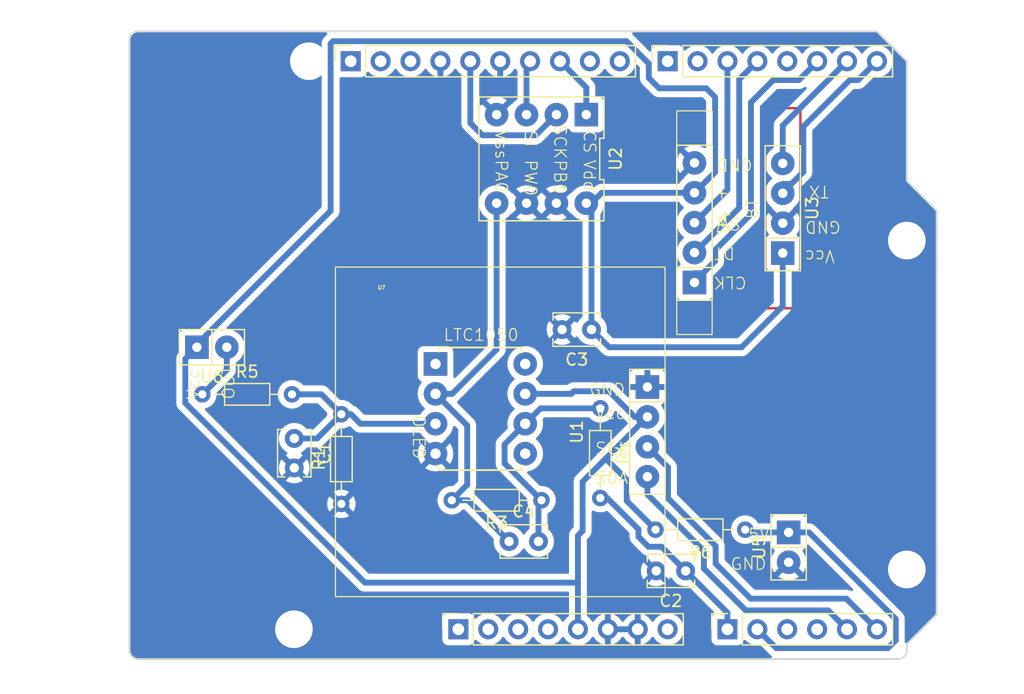
<source format=kicad_pcb>
(kicad_pcb (version 20240108) (generator "pcbnew") (generator_version "8.0")
  (title_block (date "mar. 31 mars 2015"))
  (layers (0 "F.Cu" signal) (31 "B.Cu" signal) (34 "B.Paste" user) (35 "F.Paste" user) (36 "B.SilkS" user "B.Silkscreen") (37 "F.SilkS" user "F.Silkscreen") (38 "B.Mask" user) (39 "F.Mask" user) (44 "Edge.Cuts" user))
  (net 0 "")
  (net 1 "GND")
  (net 3 "+5V")
  (net 4 "/IOREF")
  (net 5 "Net-(U7-+IN)")
  (net 6 "A0")
  (net 7 "/A2")
  (net 8 "/A3")
  (net 9 "IN-")
  (net 10 "Net-(U7-OUT)")
  (net 11 "D11")
  (net 12 "A5")
  (net 13 "/AREF")
  (net 14 "/8")
  (net 15 "/7")
  (net 16 "D13")
  (net 17 "D10")
  (net 18 "/*9")
  (net 19 "A4")
  (net 20 "A1")
  (net 21 "/*6")
  (net 22 "D2")
  (net 23 "D1")
  (net 24 "/*3")
  (net 25 "D0")
  (net 26 "+3V3")
  (net 27 "VCC")
  (net 28 "/~{RESET}")
  (net 29 "D4")
  (net 30 "D5")
  (net 31 "Net-(U6-OUT)")
  (footprint "Connector_PinSocket_2.54mm:PinSocket_1x08_P2.54mm_Vertical" (layer "F.Cu") (at 127.94 97.46 90)
    (property "Reference" "J1" (hide yes))
    (property "Value" "Power")
    (fp_line (start 1.33 -1.33) (end 1.33 0) (stroke (width 0.12)) (layer "F.SilkS"))
    (fp_line (start 0 -1.33) (end 1.33 -1.33) (stroke (width 0.12)) (layer "F.SilkS"))
    (fp_line (start 1.33 1.27) (end 1.33 19.11) (stroke (width 0.12)) (layer "F.SilkS"))
    (fp_line (start -1.33 1.27) (end 1.33 1.27) (stroke (width 0.12)) (layer "F.SilkS"))
    (fp_line (start -1.33 1.27) (end -1.33 19.11) (stroke (width 0.12)) (layer "F.SilkS"))
    (fp_line (start -1.33 19.11) (end 1.33 19.11) (stroke (width 0.12)) (layer "F.SilkS"))
    (pad "1" thru_hole rect (at 0 0 90) (size 1.7 1.7) (drill 1) (layers "*.Cu" "*.Mask"))
    (pad "2" thru_hole oval (at 0 2.54 90) (size 1.7 1.7) (drill 1) (layers "*.Cu" "*.Mask") (net 4 "/IOREF"))
    (pad "3" thru_hole oval (at 0 5.08 90) (size 1.7 1.7) (drill 1) (layers "*.Cu" "*.Mask") (net 28 "/~{RESET}"))
    (pad "4" thru_hole oval (at 0 7.62 90) (size 1.7 1.7) (drill 1) (layers "*.Cu" "*.Mask") (net 26 "+3V3"))
    (pad "5" thru_hole oval (at 0 10.16 90) (size 1.7 1.7) (drill 1) (layers "*.Cu" "*.Mask") (net 3 "+5V"))
    (pad "6" thru_hole oval (at 0 12.7 90) (size 1.7 1.7) (drill 1) (layers "*.Cu" "*.Mask") (net 1 "GND"))
    (pad "7" thru_hole oval (at 0 15.24 90) (size 1.7 1.7) (drill 1) (layers "*.Cu" "*.Mask") (net 1 "GND"))
    (pad "8" thru_hole oval (at 0 17.78 90) (size 1.7 1.7) (drill 1) (layers "*.Cu" "*.Mask") (net 27 "VCC"))
  )
  (footprint "Connector_PinSocket_2.54mm:PinSocket_1x06_P2.54mm_Vertical" (layer "F.Cu") (at 150.8 97.46 90)
    (property "Reference" "J3" (hide yes))
    (property "Value" "Analog")
    (fp_line (start 1.33 -1.33) (end 1.33 0) (stroke (width 0.12)) (layer "F.SilkS"))
    (fp_line (start 0 -1.33) (end 1.33 -1.33) (stroke (width 0.12)) (layer "F.SilkS"))
    (fp_line (start 1.33 1.27) (end 1.33 14.03) (stroke (width 0.12)) (layer "F.SilkS"))
    (fp_line (start -1.33 1.27) (end 1.33 1.27) (stroke (width 0.12)) (layer "F.SilkS"))
    (fp_line (start -1.33 1.27) (end -1.33 14.03) (stroke (width 0.12)) (layer "F.SilkS"))
    (fp_line (start -1.33 14.03) (end 1.33 14.03) (stroke (width 0.12)) (layer "F.SilkS"))
    (pad "1" thru_hole rect (at 0 0 90) (size 1.7 1.7) (drill 1) (layers "*.Cu" "*.Mask") (net 6 "A0"))
    (pad "2" thru_hole oval (at 0 2.54 90) (size 1.7 1.7) (drill 1) (layers "*.Cu" "*.Mask") (net 20 "A1"))
    (pad "3" thru_hole oval (at 0 5.08 90) (size 1.7 1.7) (drill 1) (layers "*.Cu" "*.Mask") (net 7 "/A2"))
    (pad "4" thru_hole oval (at 0 7.62 90) (size 1.7 1.7) (drill 1) (layers "*.Cu" "*.Mask") (net 8 "/A3"))
    (pad "5" thru_hole oval (at 0 10.16 90) (size 1.7 1.7) (drill 1) (layers "*.Cu" "*.Mask") (net 19 "A4"))
    (pad "6" thru_hole oval (at 0 12.7 90) (size 1.7 1.7) (drill 1) (layers "*.Cu" "*.Mask") (net 12 "A5"))
  )
  (footprint "Connector_PinSocket_2.54mm:PinSocket_1x10_P2.54mm_Vertical" (layer "F.Cu") (at 118.796 49.2 90)
    (property "Reference" "J2" (hide yes))
    (property "Value" "Digital/PWM")
    (fp_line (start 1.33 -1.33) (end 1.33 0) (stroke (width 0.12)) (layer "F.SilkS"))
    (fp_line (start 0 -1.33) (end 1.33 -1.33) (stroke (width 0.12)) (layer "F.SilkS"))
    (fp_line (start 1.33 1.27) (end 1.33 24.19) (stroke (width 0.12)) (layer "F.SilkS"))
    (fp_line (start -1.33 1.27) (end 1.33 1.27) (stroke (width 0.12)) (layer "F.SilkS"))
    (fp_line (start -1.33 1.27) (end -1.33 24.19) (stroke (width 0.12)) (layer "F.SilkS"))
    (fp_line (start -1.33 24.19) (end 1.33 24.19) (stroke (width 0.12)) (layer "F.SilkS"))
    (pad "1" thru_hole rect (at 0 0 90) (size 1.7 1.7) (drill 1) (layers "*.Cu" "*.Mask") (net 12 "A5"))
    (pad "2" thru_hole oval (at 0 2.54 90) (size 1.7 1.7) (drill 1) (layers "*.Cu" "*.Mask") (net 19 "A4"))
    (pad "3" thru_hole oval (at 0 5.08 90) (size 1.7 1.7) (drill 1) (layers "*.Cu" "*.Mask") (net 13 "/AREF"))
    (pad "4" thru_hole oval (at 0 7.62 90) (size 1.7 1.7) (drill 1) (layers "*.Cu" "*.Mask") (net 1 "GND"))
    (pad "5" thru_hole oval (at 0 10.16 90) (size 1.7 1.7) (drill 1) (layers "*.Cu" "*.Mask") (net 16 "D13"))
    (pad "6" thru_hole oval (at 0 12.7 90) (size 1.7 1.7) (drill 1) (layers "*.Cu" "*.Mask") (net 1 "GND"))
    (pad "7" thru_hole oval (at 0 15.24 90) (size 1.7 1.7) (drill 1) (layers "*.Cu" "*.Mask") (net 11 "D11"))
    (pad "8" thru_hole oval (at 0 17.78 90) (size 1.7 1.7) (drill 1) (layers "*.Cu" "*.Mask") (net 17 "D10"))
    (pad "9" thru_hole oval (at 0 20.32 90) (size 1.7 1.7) (drill 1) (layers "*.Cu" "*.Mask") (net 18 "/*9"))
    (pad "10" thru_hole oval (at 0 22.86 90) (size 1.7 1.7) (drill 1) (layers "*.Cu" "*.Mask") (net 14 "/8"))
  )
  (footprint "Connector_PinSocket_2.54mm:PinSocket_1x08_P2.54mm_Vertical" (layer "F.Cu") (at 145.72 49.2 90)
    (property "Reference" "J4" (hide yes))
    (property "Value" "Digital/PWM")
    (fp_line (start 1.33 -1.33) (end 1.33 0) (stroke (width 0.12)) (layer "F.SilkS"))
    (fp_line (start 0 -1.33) (end 1.33 -1.33) (stroke (width 0.12)) (layer "F.SilkS"))
    (fp_line (start 1.33 1.27) (end 1.33 19.11) (stroke (width 0.12)) (layer "F.SilkS"))
    (fp_line (start -1.33 1.27) (end 1.33 1.27) (stroke (width 0.12)) (layer "F.SilkS"))
    (fp_line (start -1.33 1.27) (end -1.33 19.11) (stroke (width 0.12)) (layer "F.SilkS"))
    (fp_line (start -1.33 19.11) (end 1.33 19.11) (stroke (width 0.12)) (layer "F.SilkS"))
    (pad "1" thru_hole rect (at 0 0 90) (size 1.7 1.7) (drill 1) (layers "*.Cu" "*.Mask") (net 15 "/7"))
    (pad "2" thru_hole oval (at 0 2.54 90) (size 1.7 1.7) (drill 1) (layers "*.Cu" "*.Mask") (net 21 "/*6"))
    (pad "3" thru_hole oval (at 0 5.08 90) (size 1.7 1.7) (drill 1) (layers "*.Cu" "*.Mask") (net 30 "D5"))
    (pad "4" thru_hole oval (at 0 7.62 90) (size 1.7 1.7) (drill 1) (layers "*.Cu" "*.Mask") (net 29 "D4"))
    (pad "5" thru_hole oval (at 0 10.16 90) (size 1.7 1.7) (drill 1) (layers "*.Cu" "*.Mask") (net 24 "/*3"))
    (pad "6" thru_hole oval (at 0 12.7 90) (size 1.7 1.7) (drill 1) (layers "*.Cu" "*.Mask") (net 22 "D2"))
    (pad "7" thru_hole oval (at 0 15.24 90) (size 1.7 1.7) (drill 1) (layers "*.Cu" "*.Mask") (net 23 "D1"))
    (pad "8" thru_hole oval (at 0 17.78 90) (size 1.7 1.7) (drill 1) (layers "*.Cu" "*.Mask") (net 25 "D0"))
  )
  (footprint "Librairie_Empreinte:OLED" (layer "F.Cu") (at 144 80.69 -90)
    (property "Reference" "U1" (at 0 6 90) (layer "F.SilkS"))
    (property "Value" "~")
    (fp_line (start -5.31 1.5) (end -5.31 -1.5) (stroke (width 0.12)) (layer "F.SilkS"))
    (fp_line (start 5.31 1.5) (end -5.31 1.5) (stroke (width 0.12)) (layer "F.SilkS"))
    (fp_line (start -5.31 -1.5) (end 5.31 -1.5) (stroke (width 0.12)) (layer "F.SilkS"))
    (fp_line (start -2.54 -1.5) (end -2.54 1.5) (stroke (width 0.12)) (layer "F.SilkS"))
    (fp_line (start 5.31 -1.5) (end 5.31 1.5) (stroke (width 0.12)) (layer "F.SilkS"))
    (fp_rect (start -14 -1.5) (end 14 26.5) (stroke (width 0.1)) (fill none) (layer "F.SilkS"))
    (fp_text user "GND" (at -3 5 0) (layer "F.SilkS") (effects (font (thickness 0.1)) (justify left bottom)))
    (fp_text user "Vcc" (at -1 4.5 0) (layer "F.SilkS") (effects (font (thickness 0.1)) (justify left bottom)))
    (fp_text user "SCL" (at 2 4.5 0) (layer "F.SilkS") (effects (font (thickness 0.1)) (justify left bottom)))
    (fp_text user "OLED" (at -1.5 20 -90) (layer "F.SilkS") (effects (font (thickness 0.1)) (justify left bottom)))
    (fp_text user "SDA" (at 4.5 4.5 0) (layer "F.SilkS") (effects (font (thickness 0.1)) (justify left bottom)))
    (pad "1" thru_hole rect (at -3.81 0 270) (size 2 2) (drill 0.8) (layers "*.Cu" "*.Mask") (net 1 "GND"))
    (pad "2" thru_hole circle (at -1.27 0 270) (size 2 2) (drill 0.8) (layers "*.Cu" "*.Mask") (net 3 "+5V"))
    (pad "3" thru_hole circle (at 1.27 0 270) (size 2 2) (drill 0.8) (layers "*.Cu" "*.Mask") (net 12 "A5"))
    (pad "4" thru_hole circle (at 3.81 0 270) (size 2 2) (drill 0.8) (layers "*.Cu" "*.Mask") (net 19 "A4"))
  )
  (footprint "Resistor_THT:R_Axial_DIN0204_L3.6mm_D1.6mm_P7.62mm_Horizontal" (layer "F.Cu") (at 140 78.69 -90)
    (property "Reference" "R4" (at 3.81 -1.92 90) (layer "F.SilkS"))
    (property "Value" "1k")
    (fp_line (start 1.89 0.92) (end 5.73 0.92) (stroke (width 0.12)) (layer "F.SilkS"))
    (fp_line (start 5.73 0.92) (end 5.73 -0.92) (stroke (width 0.12)) (layer "F.SilkS"))
    (fp_line (start 0.94 0) (end 1.89 0) (stroke (width 0.12)) (layer "F.SilkS"))
    (fp_line (start 6.68 0) (end 5.73 0) (stroke (width 0.12)) (layer "F.SilkS"))
    (fp_line (start 1.89 -0.92) (end 1.89 0.92) (stroke (width 0.12)) (layer "F.SilkS"))
    (fp_line (start 5.73 -0.92) (end 1.89 -0.92) (stroke (width 0.12)) (layer "F.SilkS"))
    (pad "1" thru_hole circle (at 0 0 270) (size 1.4 1.4) (drill 0.7) (layers "*.Cu" "*.Mask") (net 10 "Net-(U7-OUT)"))
    (pad "2" thru_hole oval (at 7.62 0 270) (size 1.4 1.4) (drill 0.7) (layers "*.Cu" "*.Mask") (net 6 "A0"))
  )
  (footprint "Librairie_Empreinte:Capt_grap" (layer "F.Cu") (at 107 73.5)
    (property "Reference" "U6" (at 0 2.5 0) (layer "F.SilkS"))
    (property "Value" "~")
    (fp_line (start -2.77 -1.5) (end 2.77 -1.5) (stroke (width 0.12)) (layer "F.SilkS"))
    (fp_line (start -2.77 1.5) (end -2.77 -1.5) (stroke (width 0.12)) (layer "F.SilkS"))
    (fp_line (start 0 -1.5) (end 0 1.5) (stroke (width 0.12)) (layer "F.SilkS"))
    (fp_line (start 2.77 -1.5) (end 2.77 1.5) (stroke (width 0.12)) (layer "F.SilkS"))
    (fp_line (start 2.77 1.5) (end -2.77 1.5) (stroke (width 0.12)) (layer "F.SilkS"))
    (fp_text user "OUT" (at 2 4.5 90) (layer "F.SilkS") (effects (font (thickness 0.1)) (justify left bottom)))
    (fp_text user "Vcc" (at -1 4.5 90) (layer "F.SilkS") (effects (font (thickness 0.1)) (justify left bottom)))
    (pad "1" thru_hole rect (at -1.27 0) (size 2 2) (drill 0.8) (layers "*.Cu" "*.Mask") (net 3 "+5V"))
    (pad "2" thru_hole circle (at 1.27 0) (size 2 2) (drill 0.8) (layers "*.Cu" "*.Mask") (net 31 "Net-(U6-OUT)"))
  )
  (footprint "Capacitor_THT:C_Disc_D3.8mm_W2.6mm_P2.50mm" (layer "F.Cu") (at 114 81.25 -90)
    (property "Reference" "C1" (at 1.25 -2.55 90) (layer "F.SilkS"))
    (property "Value" "100n")
    (fp_line (start -0.77 1.42) (end 3.27 1.42) (stroke (width 0.12)) (layer "F.SilkS"))
    (fp_line (start -0.77 0.795) (end -0.77 1.42) (stroke (width 0.12)) (layer "F.SilkS"))
    (fp_line (start 3.27 0.795) (end 3.27 1.42) (stroke (width 0.12)) (layer "F.SilkS"))
    (fp_line (start -0.77 -1.42) (end -0.77 -0.795) (stroke (width 0.12)) (layer "F.SilkS"))
    (fp_line (start -0.77 -1.42) (end 3.27 -1.42) (stroke (width 0.12)) (layer "F.SilkS"))
    (fp_line (start 3.27 -1.42) (end 3.27 -0.795) (stroke (width 0.12)) (layer "F.SilkS"))
    (pad "1" thru_hole circle (at 0 0 270) (size 1.6 1.6) (drill 0.8) (layers "*.Cu" "*.Mask") (net 5 "Net-(U7-+IN)"))
    (pad "2" thru_hole circle (at 2.5 0 270) (size 1.6 1.6) (drill 0.8) (layers "*.Cu" "*.Mask") (net 1 "GND"))
  )
  (footprint "Capacitor_THT:C_Disc_D3.8mm_W2.6mm_P2.50mm" (layer "F.Cu") (at 132.25 90)
    (property "Reference" "C4" (at 1.25 -2.55 0) (layer "F.SilkS"))
    (property "Value" "1u")
    (fp_line (start -0.77 -1.42) (end -0.77 -0.795) (stroke (width 0.12)) (layer "F.SilkS"))
    (fp_line (start -0.77 -1.42) (end 3.27 -1.42) (stroke (width 0.12)) (layer "F.SilkS"))
    (fp_line (start -0.77 0.795) (end -0.77 1.42) (stroke (width 0.12)) (layer "F.SilkS"))
    (fp_line (start -0.77 1.42) (end 3.27 1.42) (stroke (width 0.12)) (layer "F.SilkS"))
    (fp_line (start 3.27 -1.42) (end 3.27 -0.795) (stroke (width 0.12)) (layer "F.SilkS"))
    (fp_line (start 3.27 0.795) (end 3.27 1.42) (stroke (width 0.12)) (layer "F.SilkS"))
    (pad "1" thru_hole circle (at 0 0) (size 1.6 1.6) (drill 0.8) (layers "*.Cu" "*.Mask") (net 9 "IN-"))
    (pad "2" thru_hole circle (at 2.5 0) (size 1.6 1.6) (drill 0.8) (layers "*.Cu" "*.Mask") (net 10 "Net-(U7-OUT)"))
  )
  (footprint "Librairie_Empreinte:Ampli" (layer "F.Cu") (at 133.62 82.54)
    (property "Reference" "U7" (at -12.208 -14.108 0) (layer "F.SilkS") (effects (font (size 0.314961 0.314961))))
    (property "Value" "LTC1050ACN8_PBF")
    (fp_line (start -7.366 -9.017) (end -7.366 -8.6614) (stroke (width 0.1524)) (layer "F.SilkS"))
    (fp_line (start -7.366 0.9906) (end -7.366 1.397) (stroke (width 0.1524)) (layer "F.SilkS"))
    (fp_line (start -7.366 1.397) (end -0.254 1.397) (stroke (width 0.1524)) (layer "F.SilkS"))
    (fp_line (start -0.254 -9.017) (end -7.366 -9.017) (stroke (width 0.1524)) (layer "F.SilkS"))
    (fp_line (start -0.254 -8.6106) (end -0.254 -9.017) (stroke (width 0.1524)) (layer "F.SilkS"))
    (fp_line (start -0.254 1.397) (end -0.254 0.9906) (stroke (width 0.1524)) (layer "F.SilkS"))
    (fp_text user "LTC1050" (at -7 -9.5 0) (layer "F.SilkS") (effects (font (thickness 0.1)) (justify left bottom)))
    (pad "1" thru_hole rect (at -7.62 -7.62) (size 2 2) (drill 0.889) (layers "*.Cu" "*.Mask"))
    (pad "2" thru_hole circle (at -7.62 -5.08) (size 2 2) (drill 0.889) (layers "*.Cu" "*.Mask") (net 9 "IN-"))
    (pad "3" thru_hole circle (at -7.62 -2.54) (size 2 2) (drill 0.889) (layers "*.Cu" "*.Mask") (net 5 "Net-(U7-+IN)"))
    (pad "4" thru_hole circle (at -7.62 0) (size 2 2) (drill 0.889) (layers "*.Cu" "*.Mask") (net 1 "GND"))
    (pad "5" thru_hole circle (at 0 0) (size 2 2) (drill 0.889) (layers "*.Cu" "*.Mask"))
    (pad "6" thru_hole circle (at 0 -2.54) (size 2 2) (drill 0.889) (layers "*.Cu" "*.Mask") (net 10 "Net-(U7-OUT)"))
    (pad "7" thru_hole circle (at 0 -5.08) (size 2 2) (drill 0.889) (layers "*.Cu" "*.Mask") (net 3 "+5V"))
    (pad "8" thru_hole circle (at 0 -7.62) (size 2 2) (drill 0.889) (layers "*.Cu" "*.Mask"))
  )
  (footprint "Resistor_THT:R_Axial_DIN0204_L3.6mm_D1.6mm_P7.62mm_Horizontal" (layer "F.Cu") (at 152.31 89 180)
    (property "Reference" "R6" (at 3.81 -1.92 0) (layer "F.SilkS"))
    (property "Value" "47k")
    (fp_line (start 6.68 0) (end 5.73 0) (stroke (width 0.12)) (layer "F.SilkS"))
    (fp_line (start 5.73 0.92) (end 5.73 -0.92) (stroke (width 0.12)) (layer "F.SilkS"))
    (fp_line (start 5.73 -0.92) (end 1.89 -0.92) (stroke (width 0.12)) (layer "F.SilkS"))
    (fp_line (start 1.89 0.92) (end 5.73 0.92) (stroke (width 0.12)) (layer "F.SilkS"))
    (fp_line (start 1.89 -0.92) (end 1.89 0.92) (stroke (width 0.12)) (layer "F.SilkS"))
    (fp_line (start 0.94 0) (end 1.89 0) (stroke (width 0.12)) (layer "F.SilkS"))
    (pad "1" thru_hole circle (at 0 0 180) (size 1.4 1.4) (drill 0.7) (layers "*.Cu" "*.Mask") (net 20 "A1"))
    (pad "2" thru_hole oval (at 7.62 0 180) (size 1.4 1.4) (drill 0.7) (layers "*.Cu" "*.Mask") (net 3 "+5V"))
  )
  (footprint "Arduino_MountingHole:MountingHole_3.2mm" (layer "F.Cu") (at 115.24 49.2)
    (property "Reference" "MH1" (hide yes))
    (property "Value" "MountingHole_3.2mm" (hide yes))
    (pad "" np_thru_hole circle (at 0 0) (size 3.2 3.2) (drill 3.2) (layers "*.Cu" "*.Mask"))
  )
  (footprint "Capacitor_THT:C_Disc_D3.8mm_W2.6mm_P2.50mm" (layer "F.Cu") (at 139.25 72 180)
    (property "Reference" "C3" (at 1.25 -2.55 0) (layer "F.SilkS"))
    (property "Value" "100n")
    (fp_line (start 3.27 0.795) (end 3.27 1.42) (stroke (width 0.12)) (layer "F.SilkS"))
    (fp_line (start 3.27 -1.42) (end 3.27 -0.795) (stroke (width 0.12)) (layer "F.SilkS"))
    (fp_line (start -0.77 1.42) (end 3.27 1.42) (stroke (width 0.12)) (layer "F.SilkS"))
    (fp_line (start -0.77 0.795) (end -0.77 1.42) (stroke (width 0.12)) (layer "F.SilkS"))
    (fp_line (start -0.77 -1.42) (end 3.27 -1.42) (stroke (width 0.12)) (layer "F.SilkS"))
    (fp_line (start -0.77 -1.42) (end -0.77 -0.795) (stroke (width 0.12)) (layer "F.SilkS"))
    (pad "1" thru_hole circle (at 0 0 180) (size 1.6 1.6) (drill 0.8) (layers "*.Cu" "*.Mask") (net 3 "+5V"))
    (pad "2" thru_hole circle (at 2.5 0 180) (size 1.6 1.6) (drill 0.8) (layers "*.Cu" "*.Mask") (net 1 "GND"))
  )
  (footprint "Librairie_Empreinte:BT" (layer "F.Cu") (at 155.5 61.69 90)
    (property "Reference" "U3" (at 0 2.5 90) (layer "F.SilkS"))
    (property "Value" "~")
    (fp_rect (start -8.5 -1.5) (end 8.5 1.5) (stroke (width 0.2)) (fill none) (layer "F.Cu"))
    (fp_line (start 5.31 -1.5) (end 5.31 1.5) (stroke (width 0.12)) (layer "F.SilkS"))
    (fp_line (start -2.54 -1.5) (end -2.54 1.5) (stroke (width 0.12)) (layer "F.SilkS"))
    (fp_line (start -5.31 -1.5) (end 5.31 -1.5) (stroke (width 0.12)) (layer "F.SilkS"))
    (fp_line (start 5.31 1.5) (end -5.31 1.5) (stroke (width 0.12)) (layer "F.SilkS"))
    (fp_line (start -5.31 1.5) (end -5.31 -1.5) (stroke (width 0.12)) (layer "F.SilkS"))
    (fp_text user "Vcc" (at -3.5 4.5 180) (layer "F.SilkS") (effects (font (thickness 0.1)) (justify left bottom)))
    (fp_text user "GND" (at -1 5 180) (layer "F.SilkS") (effects (font (thickness 0.1)) (justify left bottom)))
    (fp_text user "BT" (at -1 -2 90) (layer "F.SilkS") (effects (font (thickness 0.1)) (justify left bottom)))
    (fp_text user "TX" (at 2 4 180) (layer "F.SilkS") (effects (font (thickness 0.1)) (justify left bottom)))
    (pad "1" thru_hole rect (at -3.81 0 90) (size 2 2) (drill 0.8) (layers "*.Cu" "*.Mask") (net 3 "+5V"))
    (pad "2" thru_hole circle (at -1.27 0 90) (size 2 2) (drill 0.8) (layers "*.Cu" "*.Mask") (net 1 "GND"))
    (pad "3" thru_hole circle (at 1.27 0 90) (size 2 2) (drill 0.8) (layers "*.Cu" "*.Mask") (net 25 "D0"))
    (pad "4" thru_hole circle (at 3.81 0 90) (size 2 2) (drill 0.8) (layers "*.Cu" "*.Mask") (net 23 "D1"))
  )
  (footprint "Librairie_Empreinte:Flex_sensor" (layer "F.Cu") (at 156 90.5 -90)
    (property "Reference" "U5" (at 0 2.5 90) (layer "F.SilkS"))
    (property "Value" "~")
    (fp_line (start -2.77 1.5) (end -2.77 -1.5) (stroke (width 0.12)) (layer "F.SilkS"))
    (fp_line (start 2.77 1.5) (end -2.77 1.5) (stroke (width 0.12)) (layer "F.SilkS"))
    (fp_line (start -2.77 -1.5) (end 2.77 -1.5) (stroke (width 0.12)) (layer "F.SilkS"))
    (fp_line (start 0 -1.5) (end 0 1.5) (stroke (width 0.12)) (layer "F.SilkS"))
    (fp_line (start 2.77 -1.5) (end 2.77 1.5) (stroke (width 0.12)) (layer "F.SilkS"))
    (fp_text user "5V" (at -0.5 3.5 0) (layer "F.SilkS") (effects (font (thickness 0.1)) (justify left bottom)))
    (fp_text user "GND" (at 2 5 0) (layer "F.SilkS") (effects (font (thickness 0.1)) (justify left bottom)))
    (pad "1" thru_hole rect (at -1.27 0 270) (size 2 2) (drill 0.8) (layers "*.Cu" "*.Mask") (net 20 "A1"))
    (pad "2" thru_hole circle (at 1.27 0 270) (size 2 2) (drill 0.8) (layers "*.Cu" "*.Mask") (net 1 "GND"))
  )
  (footprint "Resistor_THT:R_Axial_DIN0204_L3.6mm_D1.6mm_P7.62mm_Horizontal" (layer "F.Cu") (at 106.19 77.5)
    (property "Reference" "R5" (at 3.81 -1.92 0) (layer "F.SilkS"))
    (property "Value" "10k")
    (fp_line (start 0.94 0) (end 1.89 0) (stroke (width 0.12)) (layer "F.SilkS"))
    (fp_line (start 1.89 -0.92) (end 1.89 0.92) (stroke (width 0.12)) (layer "F.SilkS"))
    (fp_line (start 1.89 0.92) (end 5.73 0.92) (stroke (width 0.12)) (layer "F.SilkS"))
    (fp_line (start 5.73 -0.92) (end 1.89 -0.92) (stroke (width 0.12)) (layer "F.SilkS"))
    (fp_line (start 5.73 0.92) (end 5.73 -0.92) (stroke (width 0.12)) (layer "F.SilkS"))
    (fp_line (start 6.68 0) (end 5.73 0) (stroke (width 0.12)) (layer "F.SilkS"))
    (pad "1" thru_hole circle (at 0 0) (size 1.4 1.4) (drill 0.7) (layers "*.Cu" "*.Mask") (net 31 "Net-(U6-OUT)"))
    (pad "2" thru_hole oval (at 7.62 0) (size 1.4 1.4) (drill 0.7) (layers "*.Cu" "*.Mask") (net 5 "Net-(U7-+IN)"))
  )
  (footprint "Librairie_Empreinte:Encodeur_rotatif" (layer "F.Cu") (at 148 62.92 90)
    (property "Reference" "U4" (at 0 2.5 90) (layer "F.SilkS"))
    (property "Value" "~")
    (fp_line (start 6.58 -1.5) (end 6.58 1.5) (stroke (width 0.12)) (layer "F.SilkS"))
    (fp_line (start -3.81 -1.5) (end -3.81 1.5) (stroke (width 0.12)) (layer "F.SilkS"))
    (fp_line (start -6.58 -1.5) (end 6.58 -1.5) (stroke (width 0.12)) (layer "F.SilkS"))
    (fp_line (start 6.58 1.5) (end -6.58 1.5) (stroke (width 0.12)) (layer "F.SilkS"))
    (fp_line (start -6.58 1.5) (end -6.58 -1.5) (stroke (width 0.12)) (layer "F.SilkS"))
    (fp_rect (start -9.5 -1.5) (end 9.5 1.5) (stroke (width 0.1)) (fill none) (layer "F.SilkS"))
    (fp_text user "+" (at 3 3 180) (layer "F.SilkS") (effects (font (thickness 0.1)) (justify left bottom)))
    (fp_text user "GND" (at 5.5 5 180) (layer "F.SilkS") (effects (font (thickness 0.1)) (justify left bottom)))
    (fp_text user "DT" (at -2 3.5 180) (layer "F.SilkS") (effects (font (thickness 0.1)) (justify left bottom)))
    (fp_text user "CLK" (at -4.5 4.5 180) (layer "F.SilkS") (effects (font (thickness 0.1)) (justify left bottom)))
    (fp_text user "SW" (at 0.5 4 180) (layer "F.SilkS") (effects (font (thickness 0.1)) (justify left bottom)))
    (pad "1" thru_hole rect (at -5.08 0 90) (size 2 2) (drill 0.8) (layers "*.Cu" "*.Mask") (net 22 "D2"))
    (pad "2" thru_hole circle (at -2.54 0 90) (size 2 2) (drill 0.8) (layers "*.Cu" "*.Mask") (net 29 "D4"))
    (pad "3" thru_hole circle (at 0 0 90) (size 2 2) (drill 0.8) (layers "*.Cu" "*.Mask") (net 30 "D5"))
    (pad "4" thru_hole circle (at 2.54 0 90) (size 2 2) (drill 0.8) (layers "*.Cu" "*.Mask") (net 3 "+5V"))
    (pad "5" thru_hole circle (at 5.08 0 90) (size 2 2) (drill 0.8) (layers "*.Cu" "*.Mask") (net 1 "GND"))
  )
  (footprint "Resistor_THT:R_Axial_DIN0204_L3.6mm_D1.6mm_P7.62mm_Horizontal" (layer "F.Cu") (at 118 86.81 90)
    (property "Reference" "R1" (at 3.81 -1.92 90) (layer "F.SilkS"))
    (property "Value" "100k")
    (fp_line (start 5.73 -0.92) (end 1.89 -0.92) (stroke (width 0.12)) (layer "F.SilkS"))
    (fp_line (start 1.89 -0.92) (end 1.89 0.92) (stroke (width 0.12)) (layer "F.SilkS"))
    (fp_line (start 6.68 0) (end 5.73 0) (stroke (width 0.12)) (layer "F.SilkS"))
    (fp_line (start 0.94 0) (end 1.89 0) (stroke (width 0.12)) (layer "F.SilkS"))
    (fp_line (start 5.73 0.92) (end 5.73 -0.92) (stroke (width 0.12)) (layer "F.SilkS"))
    (fp_line (start 1.89 0.92) (end 5.73 0.92) (stroke (width 0.12)) (layer "F.SilkS"))
    (pad "1" thru_hole circle (at 0 0 90) (size 1.4 1.4) (drill 0.7) (layers "*.Cu" "*.Mask") (net 1 "GND"))
    (pad "2" thru_hole oval (at 7.62 0 90) (size 1.4 1.4) (drill 0.7) (layers "*.Cu" "*.Mask") (net 5 "Net-(U7-+IN)"))
  )
  (footprint "Arduino_MountingHole:MountingHole_3.2mm" (layer "F.Cu") (at 113.97 97.46)
    (property "Reference" "MH2" (hide yes))
    (property "Value" "MountingHole_3.2mm" (hide yes))
    (pad "" np_thru_hole circle (at 0 0) (size 3.2 3.2) (drill 3.2) (layers "*.Cu" "*.Mask"))
  )
  (footprint "Arduino_MountingHole:MountingHole_3.2mm" (layer "F.Cu") (at 166.04 64.44)
    (property "Reference" "MH3" (hide yes))
    (property "Value" "MountingHole_3.2mm" (hide yes))
    (pad "" np_thru_hole circle (at 0 0) (size 3.2 3.2) (drill 3.2) (layers "*.Cu" "*.Mask"))
  )
  (footprint "Resistor_THT:R_Axial_DIN0204_L3.6mm_D1.6mm_P7.62mm_Horizontal" (layer "F.Cu") (at 135 86.5 180)
    (property "Reference" "R3" (at 3.81 -1.92 0) (layer "F.SilkS"))
    (property "Value" "100k")
    (fp_line (start 6.68 0) (end 5.73 0) (stroke (width 0.12)) (layer "F.SilkS"))
    (fp_line (start 5.73 0.92) (end 5.73 -0.92) (stroke (width 0.12)) (layer "F.SilkS"))
    (fp_line (start 5.73 -0.92) (end 1.89 -0.92) (stroke (width 0.12)) (layer "F.SilkS"))
    (fp_line (start 1.89 0.92) (end 5.73 0.92) (stroke (width 0.12)) (layer "F.SilkS"))
    (fp_line (start 1.89 -0.92) (end 1.89 0.92) (stroke (width 0.12)) (layer "F.SilkS"))
    (fp_line (start 0.94 0) (end 1.89 0) (stroke (width 0.12)) (layer "F.SilkS"))
    (pad "1" thru_hole circle (at 0 0 180) (size 1.4 1.4) (drill 0.7) (layers "*.Cu" "*.Mask") (net 10 "Net-(U7-OUT)"))
    (pad "2" thru_hole oval (at 7.62 0 180) (size 1.4 1.4) (drill 0.7) (layers "*.Cu" "*.Mask") (net 9 "IN-"))
  )
  (footprint "Arduino_MountingHole:MountingHole_3.2mm" (layer "F.Cu") (at 166.04 92.38)
    (property "Reference" "MH4" (hide yes))
    (property "Value" "MountingHole_3.2mm" (hide yes))
    (pad "" np_thru_hole circle (at 0 0) (size 3.2 3.2) (drill 3.2) (layers "*.Cu" "*.Mask"))
  )
  (footprint "Capacitor_THT:C_Disc_D3.8mm_W2.6mm_P2.50mm" (layer "F.Cu") (at 147.25 92.5 180)
    (property "Reference" "C2" (at 1.25 -2.55 0) (layer "F.SilkS"))
    (property "Value" "100n")
    (fp_line (start 3.27 0.795) (end 3.27 1.42) (stroke (width 0.12)) (layer "F.SilkS"))
    (fp_line (start 3.27 -1.42) (end 3.27 -0.795) (stroke (width 0.12)) (layer "F.SilkS"))
    (fp_line (start -0.77 1.42) (end 3.27 1.42) (stroke (width 0.12)) (layer "F.SilkS"))
    (fp_line (start -0.77 0.795) (end -0.77 1.42) (stroke (width 0.12)) (layer "F.SilkS"))
    (fp_line (start -0.77 -1.42) (end 3.27 -1.42) (stroke (width 0.12)) (layer "F.SilkS"))
    (fp_line (start -0.77 -1.42) (end -0.77 -0.795) (stroke (width 0.12)) (layer "F.SilkS"))
    (pad "1" thru_hole circle (at 0 0 180) (size 1.6 1.6) (drill 0.8) (layers "*.Cu" "*.Mask") (net 6 "A0"))
    (pad "2" thru_hole circle (at 2.5 0 180) (size 1.6 1.6) (drill 0.8) (layers "*.Cu" "*.Mask") (net 1 "GND"))
  )
  (footprint "Librairie_Empreinte:MCP41050" (layer "F.Cu") (at 135 57.5 180)
    (property "Reference" "U2" (at -6.31 0 90) (layer "F.SilkS"))
    (property "Value" "MCP41050")
    (fp_line (start 5.31 5.26) (end 5.31 -5.26) (stroke (width 0.12)) (layer "F.SilkS"))
    (fp_line (start 5.31 -5.26) (end -5.31 -5.26) (stroke (width 0.12)) (layer "F.SilkS"))
    (fp_line (start -4.95 1.753333) (end -5.31 1.753333) (stroke (width 0.12)) (layer "F.SilkS"))
    (fp_line (start -4.95 -1.753333) (end -4.95 1.753333) (stroke (width 0.12)) (layer "F.SilkS"))
    (fp_line (start -5.31 5.26) (end 5.31 5.26) (stroke (width 0.12)) (layer "F.SilkS"))
    (fp_line (start -5.31 1.753333) (end -5.31 5.26) (stroke (width 0.12)) (layer "F.SilkS"))
    (fp_line (start -5.31 -1.753333) (end -4.95 -1.753333) (stroke (width 0.12)) (layer "F.SilkS"))
    (fp_line (start -5.31 -5.26) (end -5.31 -1.753333) (stroke (width 0.12)) (layer "F.SilkS"))
    (fp_text user "Vss" (at 4 2.5 -90) (layer "F.SilkS") (effects (font (thickness 0.1)) (justify left bottom)))
    (fp_text user "SI" (at 1.5 2.5 -90) (layer "F.SilkS") (effects (font (thickness 0.1)) (justify left bottom)))
    (fp_text user "SCK" (at -1 3 -90) (layer "F.SilkS") (effects (font (thickness 0.1)) (justify left bottom)))
    (fp_text user "PW0" (at 1.5 0 -90) (layer "F.SilkS") (effects (font (thickness 0.1)) (justify left bottom)))
    (fp_text user "PB0" (at -1 0 -90) (layer "F.SilkS") (effects (font (thickness 0.1)) (justify left bottom)))
    (fp_text user "CS" (at -3.5 2.5 -90) (layer "F.SilkS") (effects (font (thickness 0.1)) (justify left bottom)))
    (fp_text user "Vdd" (at -3.5 0 -90) (layer "F.SilkS") (effects (font (thickness 0.1)) (justify left bottom)))
    (fp_text user "PA0" (at 4 0 -90) (layer "F.SilkS") (effects (font (thickness 0.1)) (justify left bottom)))
    (pad "1" thru_hole rect (at -3.81 3.76 180) (size 2 2) (drill 0.8) (layers "*.Cu" "*.Mask") (net 17 "D10"))
    (pad "2" thru_hole circle (at -1.27 3.76 180) (size 2 2) (drill 0.8) (layers "*.Cu" "*.Mask") (net 16 "D13"))
    (pad "3" thru_hole circle (at 1.27 3.76 180) (size 2 2) (drill 0.8) (layers "*.Cu" "*.Mask") (net 11 "D11"))
    (pad "4" thru_hole circle (at 3.81 3.76 180) (size 2 2) (drill 0.8) (layers "*.Cu" "*.Mask") (net 1 "GND"))
    (pad "5" thru_hole circle (at 3.81 -3.76 180) (size 2 2) (drill 0.8) (layers "*.Cu" "*.Mask") (net 9 "IN-"))
    (pad "6" thru_hole circle (at 1.27 -3.76 180) (size 2 2) (drill 0.8) (layers "*.Cu" "*.Mask") (net 1 "GND"))
    (pad "7" thru_hole circle (at -1.27 -3.76 180) (size 2 2) (drill 0.8) (layers "*.Cu" "*.Mask") (net 1 "GND"))
    (pad "8" thru_hole circle (at -3.81 -3.76 180) (size 2 2) (drill 0.8) (layers "*.Cu" "*.Mask") (net 3 "+5V"))
  )
  (gr_line (start 166.04 59.36) (end 168.58 61.9) (stroke (width 0.15)) (layer "Edge.Cuts"))
  (gr_line (start 100 99.238) (end 100 47.422) (stroke (width 0.15)) (layer "Edge.Cuts"))
  (gr_line (start 168.58 61.9) (end 168.58 96.19) (stroke (width 0.15)) (layer "Edge.Cuts"))
  (gr_line (start 165.278 100) (end 100.762 100) (stroke (width 0.15)) (layer "Edge.Cuts"))
  (gr_line (start 100.762 46.66) (end 163.5 46.66) (stroke (width 0.15)) (layer "Edge.Cuts"))
  (gr_arc (start 100.762 100) (mid 100.223185 99.776815) (end 100 99.238) (stroke (width 0.15)) (layer "Edge.Cuts"))
  (gr_line (start 168.58 96.19) (end 166.04 98.73) (stroke (width 0.15)) (layer "Edge.Cuts"))
  (gr_line (start 163.5 46.66) (end 166.04 49.2) (stroke (width 0.15)) (layer "Edge.Cuts"))
  (gr_arc (start 166.04 99.238) (mid 165.816815 99.776815) (end 165.278 100) (stroke (width 0.15)) (layer "Edge.Cuts"))
  (gr_line (start 166.04 49.2) (end 166.04 59.36) (stroke (width 0.15)) (layer "Edge.Cuts"))
  (gr_line (start 166.04 98.73) (end 166.04 99.238) (stroke (width 0.15)) (layer "Edge.Cuts"))
  (gr_arc (start 100 47.422) (mid 100.223185 46.883185) (end 100.762 46.66) (stroke (width 0.15)) (layer "Edge.Cuts"))
  (segment (start 114 84) (end 114 83.75) (width 0.5) (layer "B.Cu") (net 1))
  (segment (start 138.5 84.92) (end 140.46 82.96) (width 0.5) (layer "B.Cu") (net 3))
  (segment (start 144 79.42) (end 142.92 79.42) (width 0.5) (layer "B.Cu") (net 3))
  (segment (start 140.75 73.5) (end 139.25 72) (width 0.5) (layer "B.Cu") (net 3))
  (segment (start 140.12 60.38) (end 148 60.38) (width 0.5) (layer "B.Cu") (net 3))
  (segment (start 142.92 79.42) (end 140.74 77.24) (width 0.5) (layer "B.Cu") (net 3))
  (segment (start 140.74 77.24) (end 137.76 77.24) (width 0.5) (layer "B.Cu") (net 3))
  (segment (start 120 93.5) (end 138.1 93.5) (width 0.5) (layer "B.Cu") (net 3))
  (segment (start 105.73 73.27) (end 117.09 61.91) (width 0.5) (layer "B.Cu") (net 3))
  (segment (start 149.75 52.25) (end 149.75 58.63) (width 0.5) (layer "B.Cu") (net 3))
  (segment (start 138.1 97.46) (end 138.1 89.5) (width 0.5) (layer "B.Cu") (net 3))
  (segment (start 155.5 65.5) (end 155.5 70) (width 0.5) (layer "B.Cu") (net 3))
  (segment (start 139.25 72) (end 139.25 61.7) (width 0.5) (layer "B.Cu") (net 3))
  (segment (start 117.296 47.5) (end 142.218742 47.5) (width 0.5) (layer "B.Cu") (net 3))
  (segment (start 142.25 86.56) (end 142.25 84.75) (width 0.5) (layer "B.Cu") (net 3))
  (segment (start 149 51.5) (end 149.75 52.25) (width 0.5) (layer "B.Cu") (net 3))
  (segment (start 138.1 89.5) (end 138.5 89.1) (width 0.5) (layer "B.Cu") (net 3))
  (segment (start 104.74 74.49) (end 104.74 78.24) (width 0.5) (layer "B.Cu") (net 3))
  (segment (start 117.09 61.91) (end 117.09 47.706) (width 0.5) (layer "B.Cu") (net 3))
  (segment (start 144.69 89) (end 142.25 86.56) (width 0.5) (layer "B.Cu") (net 3))
  (segment (start 105.73 73.5) (end 105.73 73.27) (width 0.5) (layer "B.Cu") (net 3))
  (segment (start 104.74 78.24) (end 120 93.5) (width 0.5) (layer "B.Cu") (net 3))
  (segment (start 138.81 61.26) (end 139.24 61.26) (width 0.5) (layer "B.Cu") (net 3))
  (segment (start 117.09 47.706) (end 117.296 47.5) (width 0.5) (layer "B.Cu") (net 3))
  (segment (start 139.24 61.26) (end 140.12 60.38) (width 0.5) (layer "B.Cu") (net 3))
  (segment (start 142.25 84.75) (end 140.46 82.96) (width 0.5) (layer "B.Cu") (net 3))
  (segment (start 140.46 82.96) (end 144 79.42) (width 0.5) (layer "B.Cu") (net 3))
  (segment (start 155.5 70) (end 152 73.5) (width 0.5) (layer "B.Cu") (net 3))
  (segment (start 152 73.5) (end 140.75 73.5) (width 0.5) (layer "B.Cu") (net 3))
  (segment (start 145 51.5) (end 149 51.5) (width 0.5) (layer "B.Cu") (net 3))
  (segment (start 139.25 61.7) (end 138.81 61.26) (width 0.5) (layer "B.Cu") (net 3))
  (segment (start 138.5 89.1) (end 138.5 84.92) (width 0.5) (layer "B.Cu") (net 3))
  (segment (start 144.12 49.401258) (end 144.12 50.62) (width 0.5) (layer "B.Cu") (net 3))
  (segment (start 105.73 73.5) (end 104.74 74.49) (width 0.5) (layer "B.Cu") (net 3))
  (segment (start 137.54 77.46) (end 133.62 77.46) (width 0.5) (layer "B.Cu") (net 3))
  (segment (start 142.218742 47.5) (end 144.12 49.401258) (width 0.5) (layer "B.Cu") (net 3))
  (segment (start 149.75 58.63) (end 148 60.38) (width 0.5) (layer "B.Cu") (net 3))
  (segment (start 144.12 50.62) (end 145 51.5) (width 0.5) (layer "B.Cu") (net 3))
  (segment (start 137.76 77.24) (end 137.54 77.46) (width 0.5) (layer "B.Cu") (net 3))
  (segment (start 118 79.19) (end 118.81 79.19) (width 0.5) (layer "B.Cu") (net 5))
  (segment (start 118.81 79.19) (end 119.62 80) (width 0.5) (layer "B.Cu") (net 5))
  (segment (start 114 81.25) (end 115.94 81.25) (width 0.5) (layer "B.Cu") (net 5))
  (segment (start 115.94 81.25) (end 118 79.19) (width 0.5) (layer "B.Cu") (net 5))
  (segment (start 119.62 80) (end 126 80) (width 0.5) (layer "B.Cu") (net 5))
  (segment (start 116.31 77.5) (end 118 79.19) (width 0.5) (layer "B.Cu") (net 5))
  (segment (start 113.81 77.5) (end 116.31 77.5) (width 0.5) (layer "B.Cu") (net 5))
  (segment (start 145.2 90.45) (end 144.08939 90.45) (width 0.5) (layer "B.Cu") (net 6))
  (segment (start 147.25 92.5) (end 145.2 90.45) (width 0.5) (layer "B.Cu") (net 6))
  (segment (start 150.8 96.05) (end 147.25 92.5) (width 0.5) (layer "B.Cu") (net 6))
  (segment (start 143.24 88.964214) (end 140.585786 86.31) (width 0.5) (layer "B.Cu") (net 6))
  (segment (start 140.585786 86.31) (end 140 86.31) (width 0.5) (layer "B.Cu") (net 6))
  (segment (start 144.08939 90.45) (end 143.24 89.60061) (width 0.5) (layer "B.Cu") (net 6))
  (segment (start 140 86.31) (end 140 86.38137) (width 0.25) (layer "B.Cu") (net 6))
  (segment (start 143.24 89.60061) (end 143.24 88.964214) (width 0.5) (layer "B.Cu") (net 6))
  (segment (start 150.8 97.46) (end 150.8 96.05) (width 0.5) (layer "B.Cu") (net 6))
  (segment (start 126 77.46) (end 128.69 80.15) (width 0.5) (layer "B.Cu") (net 9))
  (segment (start 127.38 86.5) (end 128.75 86.5) (width 0.5) (layer "B.Cu") (net 9))
  (segment (start 127.414213 77.46) (end 126 77.46) (width 0.5) (layer "B.Cu") (net 9))
  (segment (start 128.69 80.15) (end 128.69 85.19) (width 0.5) (layer "B.Cu") (net 9))
  (segment (start 128.75 86.5) (end 132.25 90) (width 0.5) (layer "B.Cu") (net 9))
  (segment (start 131.19 73.684213) (end 127.414213 77.46) (width 0.5) (layer "B.Cu") (net 9))
  (segment (start 132.19 90) (end 132.25 90) (width 0.5) (layer "B.Cu") (net 9))
  (segment (start 128.69 85.19) (end 127.38 86.5) (width 0.5) (layer "B.Cu") (net 9))
  (segment (start 131.19 61.26) (end 131.19 73.684213) (width 0.5) (layer "B.Cu") (net 9))
  (segment (start 131.87 81.75) (end 133.62 80) (width 0.5) (layer "B.Cu") (net 10))
  (segment (start 134.93 78.69) (end 140 78.69) (width 0.5) (layer "B.Cu") (net 10))
  (segment (start 131.87 81.75) (end 131.87 83.37) (width 0.5) (layer "B.Cu") (net 10))
  (segment (start 133.62 80) (end 134.93 78.69) (width 0.5) (layer "B.Cu") (net 10))
  (segment (start 131.87 83.37) (end 135 86.5) (width 0.5) (layer "B.Cu") (net 10))
  (segment (start 134.75 86.75) (end 135 86.5) (width 0.5) (layer "B.Cu") (net 10))
  (segment (start 134.75 90) (end 134.75 86.75) (width 0.5) (layer "B.Cu") (net 10))
  (segment (start 133.73 49.506) (end 134.036 49.2) (width 0.5) (layer "B.Cu") (net 11))
  (segment (start 133.73 53.74) (end 133.73 49.506) (width 0.5) (layer "B.Cu") (net 11))
  (segment (start 149.800001 91.885787) (end 149.800001 90.385787) (width 0.5) (layer "B.Cu") (net 12))
  (segment (start 145.75 83.71) (end 144 81.96) (width 0.5) (layer "B.Cu") (net 12))
  (segment (start 152.774214 94.86) (end 149.800001 91.885787) (width 0.5) (layer "B.Cu") (net 12))
  (segment (start 163.5 97.46) (end 160.9 94.86) (width 0.5) (layer "B.Cu") (net 12))
  (segment (start 160.9 94.86) (end 152.774214 94.86) (width 0.5) (layer "B.Cu") (net 12))
  (segment (start 149.800001 90.385787) (end 145.75 86.335786) (width 0.5) (layer "B.Cu") (net 12))
  (segment (start 145.75 86.335786) (end 145.75 83.71) (width 0.5) (layer "B.Cu") (net 12))
  (segment (start 129.99 55.49) (end 128.956 54.456) (width 0.5) (layer "B.Cu") (net 16))
  (segment (start 128.956 54.456) (end 128.956 49.2) (width 0.5) (layer "B.Cu") (net 16))
  (segment (start 134.52 55.49) (end 129.99 55.49) (width 0.5) (layer "B.Cu") (net 16))
  (segment (start 136.27 53.74) (end 134.52 55.49) (width 0.5) (layer "B.Cu") (net 16))
  (segment (start 138.81 53.74) (end 138.81 51.434) (width 0.5) (layer "B.Cu") (net 17))
  (segment (start 138.81 51.434) (end 136.576 49.2) (width 0.5) (layer "B.Cu") (net 17))
  (segment (start 144 86) (end 144 84.5) (width 0.5) (layer "B.Cu") (net 19))
  (segment (start 160.96 97.46) (end 159.36 95.86) (width 0.5) (layer "B.Cu") (net 19))
  (segment (start 152.36 95.86) (end 148.8 92.3) (width 0.5) (layer "B.Cu") (net 19))
  (segment (start 148.8 90.8) (end 144 86) (width 0.5) (layer "B.Cu") (net 19))
  (segment (start 159.36 95.86) (end 152.36 95.86) (width 0.5) (layer "B.Cu") (net 19))
  (segment (start 148.8 92.3) (end 148.8 90.8) (width 0.5) (layer "B.Cu") (net 19))
  (segment (start 152.54 89.23) (end 152.31 89) (width 0.5) (layer "B.Cu") (net 20))
  (segment (start 165.1 98.4) (end 165.1 96.6) (width 0.5) (layer "B.Cu") (net 20))
  (segment (start 153.34 97.46) (end 154.94 99.06) (width 0.5) (layer "B.Cu") (net 20))
  (segment (start 157.73 89.23) (end 156 89.23) (width 0.5) (layer "B.Cu") (net 20))
  (segment (start 156 89.23) (end 152.54 89.23) (width 0.5) (layer "B.Cu") (net 20))
  (segment (start 165.1 96.6) (end 157.73 89.23) (width 0.5) (layer "B.Cu") (net 20))
  (segment (start 154.94 99.06) (end 164.44 99.06) (width 0.5) (layer "B.Cu") (net 20))
  (segment (start 164.44 99.06) (end 165.1 98.4) (width 0.5) (layer "B.Cu") (net 20))
  (segment (start 149.75 65.25) (end 152.8 62.2) (width 0.5) (layer "B.Cu") (net 22))
  (segment (start 148 68) (end 148 67.21) (width 0.5) (layer "B.Cu") (net 22))
  (segment (start 158.471371 49.2) (end 158.42 49.2) (width 0.5) (layer "B.Cu") (net 22))
  (segment (start 152.8 62.2) (end 152.8 52.7) (width 0.5) (layer "B.Cu") (net 22))
  (segment (start 148.724874 67.21) (end 149.75 66.184874) (width 0.5) (layer "B.Cu") (net 22))
  (segment (start 148 67.21) (end 148.724874 67.21) (width 0.5) (layer "B.Cu") (net 22))
  (segment (start 149.75 66.184874) (end 149.75 65.25) (width 0.5) (layer "B.Cu") (net 22))
  (segment (start 152.8 52.7) (end 154.7 50.8) (width 0.5) (layer "B.Cu") (net 22))
  (segment (start 156.871371 50.8) (end 158.471371 49.2) (width 0.5) (layer "B.Cu") (net 22))
  (segment (start 154.7 50.8) (end 156.871371 50.8) (width 0.5) (layer "B.Cu") (net 22))
  (segment (start 155.5 54.66) (end 160.96 49.2) (width 0.5) (layer "B.Cu") (net 23))
  (segment (start 155.5 57.88) (end 155.5 54.66) (width 0.5) (layer "B.Cu") (net 23))
  (segment (start 161.9 50.8) (end 163.5 49.2) (width 0.5) (layer "B.Cu") (net 25))
  (segment (start 156.224874 59.63) (end 157.25 58.604874) (width 0.5) (layer "B.Cu") (net 25))
  (segment (start 161.2 50.8) (end 161.9 50.8) (width 0.5) (layer "B.Cu") (net 25))
  (segment (start 157.25 54.75) (end 161.2 50.8) (width 0.5) (layer "B.Cu") (net 25))
  (segment (start 155.5 60.42) (end 155.5 59.63) (width 0.5) (layer "B.Cu") (net 25))
  (segment (start 157.25 58.604874) (end 157.25 54.75) (width 0.5) (layer "B.Cu") (net 25))
  (segment (start 155.5 59.63) (end 156.224874 59.63) (width 0.5) (layer "B.Cu") (net 25))
  (segment (start 151.8 61.66) (end 151.8 50.74) (width 0.5) (layer "B.Cu") (net 29))
  (segment (start 151.8 50.74) (end 153.34 49.2) (width 0.5) (layer "B.Cu") (net 29))
  (segment (start 148 65.46) (end 151.8 61.66) (width 0.5) (layer "B.Cu") (net 29))
  (segment (start 148 62.92) (end 150.8 60.12) (width 0.5) (layer "B.Cu") (net 30))
  (segment (start 150.8 60.12) (end 150.8 49.2) (width 0.5) (layer "B.Cu") (net 30))
  (segment (start 108.27 75.42) (end 108.27 73.5) (width 0.5) (layer "B.Cu") (net 31))
  (segment (start 106.19 77.5) (end 108.27 75.42) (width 0.5) (layer "B.Cu") (net 31))
  (zone (net 1) (net_name "GND") (layer "B.Cu") (connect_pads (clearance 0.508)) (min_thickness 0.25) (fill yes (thermal_gap 0.5) (thermal_bridge_width 0.5))
    (polygon (pts (xy 89 44) (xy 176 44) (xy 176 103) (xy 89.5 103)))
  )
)
</source>
